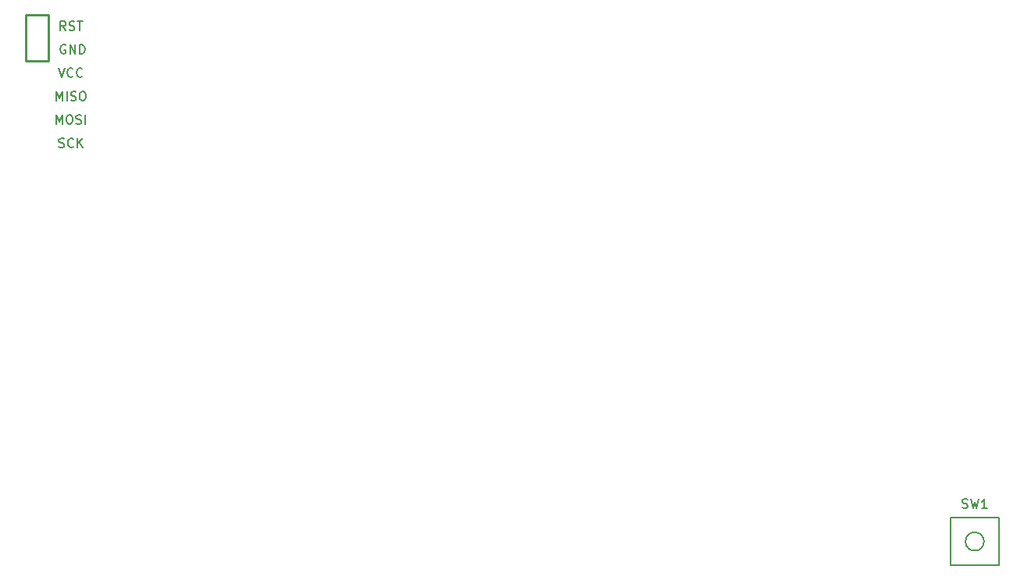
<source format=gbr>
G04 #@! TF.GenerationSoftware,KiCad,Pcbnew,(5.1.10)-1*
G04 #@! TF.CreationDate,2022-02-10T22:02:58+07:00*
G04 #@! TF.ProjectId,uso!VNC,75736f21-564e-4432-9e6b-696361645f70,rev?*
G04 #@! TF.SameCoordinates,Original*
G04 #@! TF.FileFunction,Legend,Top*
G04 #@! TF.FilePolarity,Positive*
%FSLAX46Y46*%
G04 Gerber Fmt 4.6, Leading zero omitted, Abs format (unit mm)*
G04 Created by KiCad (PCBNEW (5.1.10)-1) date 2022-02-10 22:02:58*
%MOMM*%
%LPD*%
G01*
G04 APERTURE LIST*
%ADD10C,0.150000*%
%ADD11C,0.250000*%
G04 APERTURE END LIST*
D10*
X153400720Y-114300640D02*
G75*
G03*
X153400720Y-114300640I-1000000J0D01*
G01*
X155000720Y-111700640D02*
X155000720Y-116900640D01*
X149800720Y-111700640D02*
X155000720Y-111700640D01*
X149800720Y-116900640D02*
X149800720Y-111700640D01*
X155000720Y-116900640D02*
X149800720Y-116900640D01*
D11*
X49510000Y-62190000D02*
X49510000Y-57190000D01*
X49510000Y-57190000D02*
X52010000Y-57190000D01*
X52010000Y-57190000D02*
X52010000Y-62190000D01*
X52010000Y-62190000D02*
X49510000Y-62190000D01*
D10*
X151067386Y-110641401D02*
X151210243Y-110689020D01*
X151448339Y-110689020D01*
X151543577Y-110641401D01*
X151591196Y-110593782D01*
X151638815Y-110498544D01*
X151638815Y-110403306D01*
X151591196Y-110308068D01*
X151543577Y-110260449D01*
X151448339Y-110212830D01*
X151257862Y-110165211D01*
X151162624Y-110117592D01*
X151115005Y-110069973D01*
X151067386Y-109974735D01*
X151067386Y-109879497D01*
X151115005Y-109784259D01*
X151162624Y-109736640D01*
X151257862Y-109689020D01*
X151495958Y-109689020D01*
X151638815Y-109736640D01*
X151972148Y-109689020D02*
X152210243Y-110689020D01*
X152400720Y-109974735D01*
X152591196Y-110689020D01*
X152829291Y-109689020D01*
X153734053Y-110689020D02*
X153162624Y-110689020D01*
X153448339Y-110689020D02*
X153448339Y-109689020D01*
X153353100Y-109831878D01*
X153257862Y-109927116D01*
X153162624Y-109974735D01*
X53848095Y-60460000D02*
X53752857Y-60412380D01*
X53610000Y-60412380D01*
X53467142Y-60460000D01*
X53371904Y-60555238D01*
X53324285Y-60650476D01*
X53276666Y-60840952D01*
X53276666Y-60983809D01*
X53324285Y-61174285D01*
X53371904Y-61269523D01*
X53467142Y-61364761D01*
X53610000Y-61412380D01*
X53705238Y-61412380D01*
X53848095Y-61364761D01*
X53895714Y-61317142D01*
X53895714Y-60983809D01*
X53705238Y-60983809D01*
X54324285Y-61412380D02*
X54324285Y-60412380D01*
X54895714Y-61412380D01*
X54895714Y-60412380D01*
X55371904Y-61412380D02*
X55371904Y-60412380D01*
X55610000Y-60412380D01*
X55752857Y-60460000D01*
X55848095Y-60555238D01*
X55895714Y-60650476D01*
X55943333Y-60840952D01*
X55943333Y-60983809D01*
X55895714Y-61174285D01*
X55848095Y-61269523D01*
X55752857Y-61364761D01*
X55610000Y-61412380D01*
X55371904Y-61412380D01*
X53872380Y-58872380D02*
X53539047Y-58396190D01*
X53300952Y-58872380D02*
X53300952Y-57872380D01*
X53681904Y-57872380D01*
X53777142Y-57920000D01*
X53824761Y-57967619D01*
X53872380Y-58062857D01*
X53872380Y-58205714D01*
X53824761Y-58300952D01*
X53777142Y-58348571D01*
X53681904Y-58396190D01*
X53300952Y-58396190D01*
X54253333Y-58824761D02*
X54396190Y-58872380D01*
X54634285Y-58872380D01*
X54729523Y-58824761D01*
X54777142Y-58777142D01*
X54824761Y-58681904D01*
X54824761Y-58586666D01*
X54777142Y-58491428D01*
X54729523Y-58443809D01*
X54634285Y-58396190D01*
X54443809Y-58348571D01*
X54348571Y-58300952D01*
X54300952Y-58253333D01*
X54253333Y-58158095D01*
X54253333Y-58062857D01*
X54300952Y-57967619D01*
X54348571Y-57920000D01*
X54443809Y-57872380D01*
X54681904Y-57872380D01*
X54824761Y-57920000D01*
X55110476Y-57872380D02*
X55681904Y-57872380D01*
X55396190Y-58872380D02*
X55396190Y-57872380D01*
X53086666Y-62952380D02*
X53420000Y-63952380D01*
X53753333Y-62952380D01*
X54658095Y-63857142D02*
X54610476Y-63904761D01*
X54467619Y-63952380D01*
X54372380Y-63952380D01*
X54229523Y-63904761D01*
X54134285Y-63809523D01*
X54086666Y-63714285D01*
X54039047Y-63523809D01*
X54039047Y-63380952D01*
X54086666Y-63190476D01*
X54134285Y-63095238D01*
X54229523Y-63000000D01*
X54372380Y-62952380D01*
X54467619Y-62952380D01*
X54610476Y-63000000D01*
X54658095Y-63047619D01*
X55658095Y-63857142D02*
X55610476Y-63904761D01*
X55467619Y-63952380D01*
X55372380Y-63952380D01*
X55229523Y-63904761D01*
X55134285Y-63809523D01*
X55086666Y-63714285D01*
X55039047Y-63523809D01*
X55039047Y-63380952D01*
X55086666Y-63190476D01*
X55134285Y-63095238D01*
X55229523Y-63000000D01*
X55372380Y-62952380D01*
X55467619Y-62952380D01*
X55610476Y-63000000D01*
X55658095Y-63047619D01*
X52848571Y-66492380D02*
X52848571Y-65492380D01*
X53181904Y-66206666D01*
X53515238Y-65492380D01*
X53515238Y-66492380D01*
X53991428Y-66492380D02*
X53991428Y-65492380D01*
X54420000Y-66444761D02*
X54562857Y-66492380D01*
X54800952Y-66492380D01*
X54896190Y-66444761D01*
X54943809Y-66397142D01*
X54991428Y-66301904D01*
X54991428Y-66206666D01*
X54943809Y-66111428D01*
X54896190Y-66063809D01*
X54800952Y-66016190D01*
X54610476Y-65968571D01*
X54515238Y-65920952D01*
X54467619Y-65873333D01*
X54420000Y-65778095D01*
X54420000Y-65682857D01*
X54467619Y-65587619D01*
X54515238Y-65540000D01*
X54610476Y-65492380D01*
X54848571Y-65492380D01*
X54991428Y-65540000D01*
X55610476Y-65492380D02*
X55800952Y-65492380D01*
X55896190Y-65540000D01*
X55991428Y-65635238D01*
X56039047Y-65825714D01*
X56039047Y-66159047D01*
X55991428Y-66349523D01*
X55896190Y-66444761D01*
X55800952Y-66492380D01*
X55610476Y-66492380D01*
X55515238Y-66444761D01*
X55420000Y-66349523D01*
X55372380Y-66159047D01*
X55372380Y-65825714D01*
X55420000Y-65635238D01*
X55515238Y-65540000D01*
X55610476Y-65492380D01*
X52848571Y-69032380D02*
X52848571Y-68032380D01*
X53181904Y-68746666D01*
X53515238Y-68032380D01*
X53515238Y-69032380D01*
X54181904Y-68032380D02*
X54372380Y-68032380D01*
X54467619Y-68080000D01*
X54562857Y-68175238D01*
X54610476Y-68365714D01*
X54610476Y-68699047D01*
X54562857Y-68889523D01*
X54467619Y-68984761D01*
X54372380Y-69032380D01*
X54181904Y-69032380D01*
X54086666Y-68984761D01*
X53991428Y-68889523D01*
X53943809Y-68699047D01*
X53943809Y-68365714D01*
X53991428Y-68175238D01*
X54086666Y-68080000D01*
X54181904Y-68032380D01*
X54991428Y-68984761D02*
X55134285Y-69032380D01*
X55372380Y-69032380D01*
X55467619Y-68984761D01*
X55515238Y-68937142D01*
X55562857Y-68841904D01*
X55562857Y-68746666D01*
X55515238Y-68651428D01*
X55467619Y-68603809D01*
X55372380Y-68556190D01*
X55181904Y-68508571D01*
X55086666Y-68460952D01*
X55039047Y-68413333D01*
X54991428Y-68318095D01*
X54991428Y-68222857D01*
X55039047Y-68127619D01*
X55086666Y-68080000D01*
X55181904Y-68032380D01*
X55420000Y-68032380D01*
X55562857Y-68080000D01*
X55991428Y-69032380D02*
X55991428Y-68032380D01*
X53134285Y-71524761D02*
X53277142Y-71572380D01*
X53515238Y-71572380D01*
X53610476Y-71524761D01*
X53658095Y-71477142D01*
X53705714Y-71381904D01*
X53705714Y-71286666D01*
X53658095Y-71191428D01*
X53610476Y-71143809D01*
X53515238Y-71096190D01*
X53324761Y-71048571D01*
X53229523Y-71000952D01*
X53181904Y-70953333D01*
X53134285Y-70858095D01*
X53134285Y-70762857D01*
X53181904Y-70667619D01*
X53229523Y-70620000D01*
X53324761Y-70572380D01*
X53562857Y-70572380D01*
X53705714Y-70620000D01*
X54705714Y-71477142D02*
X54658095Y-71524761D01*
X54515238Y-71572380D01*
X54420000Y-71572380D01*
X54277142Y-71524761D01*
X54181904Y-71429523D01*
X54134285Y-71334285D01*
X54086666Y-71143809D01*
X54086666Y-71000952D01*
X54134285Y-70810476D01*
X54181904Y-70715238D01*
X54277142Y-70620000D01*
X54420000Y-70572380D01*
X54515238Y-70572380D01*
X54658095Y-70620000D01*
X54705714Y-70667619D01*
X55134285Y-71572380D02*
X55134285Y-70572380D01*
X55705714Y-71572380D02*
X55277142Y-71000952D01*
X55705714Y-70572380D02*
X55134285Y-71143809D01*
M02*

</source>
